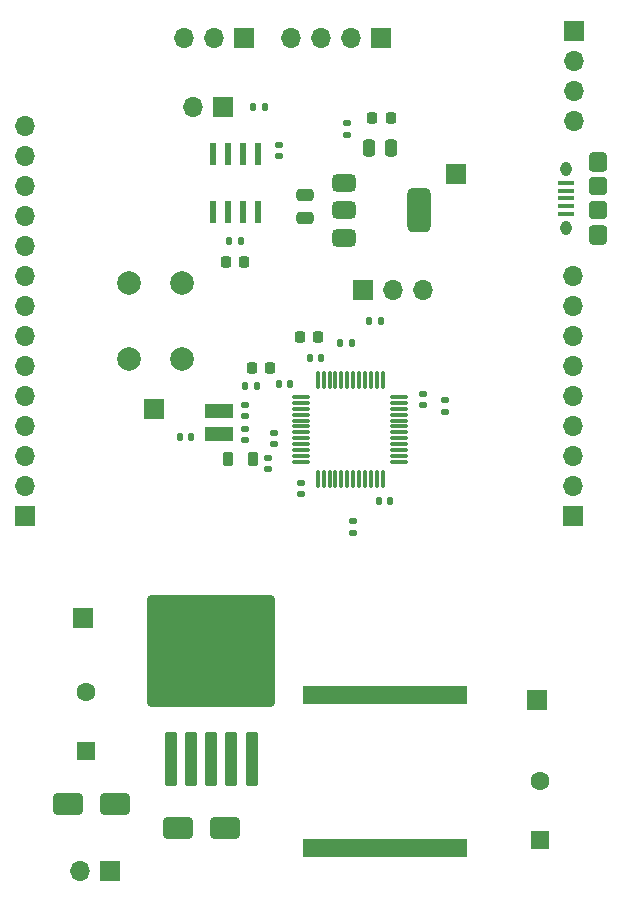
<source format=gbr>
%TF.GenerationSoftware,KiCad,Pcbnew,8.0.6*%
%TF.CreationDate,2024-11-10T12:55:49-08:00*%
%TF.ProjectId,stm32-can-do,73746d33-322d-4636-916e-2d646f2e6b69,v0.1*%
%TF.SameCoordinates,Original*%
%TF.FileFunction,Soldermask,Top*%
%TF.FilePolarity,Negative*%
%FSLAX46Y46*%
G04 Gerber Fmt 4.6, Leading zero omitted, Abs format (unit mm)*
G04 Created by KiCad (PCBNEW 8.0.6) date 2024-11-10 12:55:49*
%MOMM*%
%LPD*%
G01*
G04 APERTURE LIST*
G04 Aperture macros list*
%AMRoundRect*
0 Rectangle with rounded corners*
0 $1 Rounding radius*
0 $2 $3 $4 $5 $6 $7 $8 $9 X,Y pos of 4 corners*
0 Add a 4 corners polygon primitive as box body*
4,1,4,$2,$3,$4,$5,$6,$7,$8,$9,$2,$3,0*
0 Add four circle primitives for the rounded corners*
1,1,$1+$1,$2,$3*
1,1,$1+$1,$4,$5*
1,1,$1+$1,$6,$7*
1,1,$1+$1,$8,$9*
0 Add four rect primitives between the rounded corners*
20,1,$1+$1,$2,$3,$4,$5,0*
20,1,$1+$1,$4,$5,$6,$7,0*
20,1,$1+$1,$6,$7,$8,$9,0*
20,1,$1+$1,$8,$9,$2,$3,0*%
G04 Aperture macros list end*
%ADD10R,1.700000X1.700000*%
%ADD11O,1.700000X1.700000*%
%ADD12RoundRect,0.250000X0.250000X0.475000X-0.250000X0.475000X-0.250000X-0.475000X0.250000X-0.475000X0*%
%ADD13RoundRect,0.218750X-0.218750X-0.256250X0.218750X-0.256250X0.218750X0.256250X-0.218750X0.256250X0*%
%ADD14RoundRect,0.250000X0.475000X-0.250000X0.475000X0.250000X-0.475000X0.250000X-0.475000X-0.250000X0*%
%ADD15R,13.970000X1.524000*%
%ADD16RoundRect,0.140000X0.170000X-0.140000X0.170000X0.140000X-0.170000X0.140000X-0.170000X-0.140000X0*%
%ADD17RoundRect,0.250000X-1.000000X-0.650000X1.000000X-0.650000X1.000000X0.650000X-1.000000X0.650000X0*%
%ADD18R,1.600000X1.600000*%
%ADD19C,1.600000*%
%ADD20RoundRect,0.250000X1.000000X0.650000X-1.000000X0.650000X-1.000000X-0.650000X1.000000X-0.650000X0*%
%ADD21RoundRect,0.140000X0.140000X0.170000X-0.140000X0.170000X-0.140000X-0.170000X0.140000X-0.170000X0*%
%ADD22RoundRect,0.250000X0.300000X-2.050000X0.300000X2.050000X-0.300000X2.050000X-0.300000X-2.050000X0*%
%ADD23RoundRect,0.250002X5.149998X-4.449998X5.149998X4.449998X-5.149998X4.449998X-5.149998X-4.449998X0*%
%ADD24RoundRect,0.140000X-0.140000X-0.170000X0.140000X-0.170000X0.140000X0.170000X-0.140000X0.170000X0*%
%ADD25RoundRect,0.075000X-0.662500X-0.075000X0.662500X-0.075000X0.662500X0.075000X-0.662500X0.075000X0*%
%ADD26RoundRect,0.075000X-0.075000X-0.662500X0.075000X-0.662500X0.075000X0.662500X-0.075000X0.662500X0*%
%ADD27RoundRect,0.225000X-0.225000X-0.250000X0.225000X-0.250000X0.225000X0.250000X-0.225000X0.250000X0*%
%ADD28RoundRect,0.135000X-0.185000X0.135000X-0.185000X-0.135000X0.185000X-0.135000X0.185000X0.135000X0*%
%ADD29RoundRect,0.140000X-0.170000X0.140000X-0.170000X-0.140000X0.170000X-0.140000X0.170000X0.140000X0*%
%ADD30RoundRect,0.100000X0.575000X-0.100000X0.575000X0.100000X-0.575000X0.100000X-0.575000X-0.100000X0*%
%ADD31O,1.550000X0.890000*%
%ADD32RoundRect,0.250000X0.525000X-0.475000X0.525000X0.475000X-0.525000X0.475000X-0.525000X-0.475000X0*%
%ADD33O,0.950000X1.250000*%
%ADD34RoundRect,0.250000X0.525000X-0.500000X0.525000X0.500000X-0.525000X0.500000X-0.525000X-0.500000X0*%
%ADD35C,2.000000*%
%ADD36R,0.558000X1.969999*%
%ADD37RoundRect,0.375000X-0.625000X-0.375000X0.625000X-0.375000X0.625000X0.375000X-0.625000X0.375000X0*%
%ADD38RoundRect,0.500000X-0.500000X-1.400000X0.500000X-1.400000X0.500000X1.400000X-0.500000X1.400000X0*%
%ADD39RoundRect,0.135000X-0.135000X-0.185000X0.135000X-0.185000X0.135000X0.185000X-0.135000X0.185000X0*%
%ADD40R,2.387600X1.295400*%
%ADD41RoundRect,0.135000X0.185000X-0.135000X0.185000X0.135000X-0.185000X0.135000X-0.185000X-0.135000X0*%
%ADD42RoundRect,0.218750X0.218750X0.381250X-0.218750X0.381250X-0.218750X-0.381250X0.218750X-0.381250X0*%
%ADD43RoundRect,0.225000X0.225000X0.250000X-0.225000X0.250000X-0.225000X-0.250000X0.225000X-0.250000X0*%
%ADD44RoundRect,0.135000X0.135000X0.185000X-0.135000X0.185000X-0.135000X-0.185000X0.135000X-0.185000X0*%
G04 APERTURE END LIST*
D10*
%TO.C,JP2*%
X137525000Y-55600000D03*
D11*
X134985000Y-55600000D03*
%TD*%
D12*
%TO.C,C19*%
X151775000Y-59012500D03*
X149875000Y-59012500D03*
%TD*%
D10*
%TO.C,J2*%
X127967500Y-120302000D03*
D11*
X125427500Y-120302000D03*
%TD*%
D10*
%TO.C,JP1*%
X149410000Y-71075000D03*
D11*
X151950000Y-71075000D03*
X154490000Y-71075000D03*
%TD*%
D10*
%TO.C,TP3*%
X157300000Y-61250000D03*
%TD*%
D13*
%TO.C,D1*%
X139987500Y-77675000D03*
X141562500Y-77675000D03*
%TD*%
D14*
%TO.C,C18*%
X144525000Y-64937500D03*
X144525000Y-63037500D03*
%TD*%
D15*
%TO.C,L1*%
X151292500Y-105325000D03*
X151292500Y-118279000D03*
%TD*%
D16*
%TO.C,C13*%
X141850000Y-84105000D03*
X141850000Y-83145000D03*
%TD*%
D17*
%TO.C,D3*%
X133742500Y-116602000D03*
X137742500Y-116602000D03*
%TD*%
D10*
%TO.C,J5*%
X139350000Y-49700000D03*
D11*
X136810000Y-49700000D03*
X134270000Y-49700000D03*
%TD*%
D18*
%TO.C,C17*%
X164417500Y-117654651D03*
D19*
X164417500Y-112654651D03*
%TD*%
D10*
%TO.C,J7*%
X167150000Y-90200000D03*
D11*
X167150000Y-87660000D03*
X167150000Y-85120000D03*
X167150000Y-82580000D03*
X167150000Y-80040000D03*
X167150000Y-77500000D03*
X167150000Y-74960000D03*
X167150000Y-72420000D03*
X167150000Y-69880000D03*
%TD*%
D18*
%TO.C,C16*%
X125967500Y-110104651D03*
D19*
X125967500Y-105104651D03*
%TD*%
D20*
%TO.C,D2*%
X128392500Y-114577000D03*
X124392500Y-114577000D03*
%TD*%
D13*
%TO.C,D4*%
X150187500Y-56487500D03*
X151762500Y-56487500D03*
%TD*%
D10*
%TO.C,J3*%
X150945000Y-49700000D03*
D11*
X148405000Y-49700000D03*
X145865000Y-49700000D03*
X143325000Y-49700000D03*
%TD*%
D21*
%TO.C,C3*%
X139035000Y-66926300D03*
X138075000Y-66926300D03*
%TD*%
D16*
%TO.C,C8*%
X139424999Y-81782499D03*
X139424999Y-80822499D03*
%TD*%
D10*
%TO.C,TP1*%
X125667500Y-98802000D03*
%TD*%
%TO.C,J6*%
X120775000Y-90205000D03*
D11*
X120775000Y-87665000D03*
X120775000Y-85125000D03*
X120775000Y-82585000D03*
X120775000Y-80045000D03*
X120775000Y-77505000D03*
X120775000Y-74965000D03*
X120775000Y-72425000D03*
X120775000Y-69885000D03*
X120775000Y-67345000D03*
X120775000Y-64805000D03*
X120775000Y-62265000D03*
X120775000Y-59725000D03*
X120775000Y-57185000D03*
%TD*%
D22*
%TO.C,U3*%
X133167500Y-110802000D03*
X134867500Y-110802000D03*
X136567500Y-110802000D03*
D23*
X136567500Y-101652000D03*
D22*
X138267500Y-110802000D03*
X139967500Y-110802000D03*
%TD*%
D24*
%TO.C,C5*%
X147495000Y-75575000D03*
X148455000Y-75575000D03*
%TD*%
D25*
%TO.C,U2*%
X144162500Y-80125000D03*
X144162500Y-80625000D03*
X144162500Y-81125000D03*
X144162500Y-81625000D03*
X144162500Y-82125000D03*
X144162500Y-82625000D03*
X144162500Y-83125000D03*
X144162500Y-83625000D03*
X144162500Y-84125000D03*
X144162500Y-84625000D03*
X144162500Y-85125000D03*
X144162500Y-85625000D03*
D26*
X145575000Y-87037500D03*
X146075000Y-87037500D03*
X146575000Y-87037500D03*
X147075000Y-87037500D03*
X147575000Y-87037500D03*
X148075000Y-87037500D03*
X148575000Y-87037500D03*
X149075000Y-87037500D03*
X149575000Y-87037500D03*
X150075000Y-87037500D03*
X150575000Y-87037500D03*
X151075000Y-87037500D03*
D25*
X152487500Y-85625000D03*
X152487500Y-85125000D03*
X152487500Y-84625000D03*
X152487500Y-84125000D03*
X152487500Y-83625000D03*
X152487500Y-83125000D03*
X152487500Y-82625000D03*
X152487500Y-82125000D03*
X152487500Y-81625000D03*
X152487500Y-81125000D03*
X152487500Y-80625000D03*
X152487500Y-80125000D03*
D26*
X151075000Y-78712500D03*
X150575000Y-78712500D03*
X150075000Y-78712500D03*
X149575000Y-78712500D03*
X149075000Y-78712500D03*
X148575000Y-78712500D03*
X148075000Y-78712500D03*
X147575000Y-78712500D03*
X147075000Y-78712500D03*
X146575000Y-78712500D03*
X146075000Y-78712500D03*
X145575000Y-78712500D03*
%TD*%
D24*
%TO.C,C11*%
X144920000Y-76825000D03*
X145880000Y-76825000D03*
%TD*%
D27*
%TO.C,C6*%
X144050000Y-75075000D03*
X145600000Y-75075000D03*
%TD*%
D28*
%TO.C,R6*%
X156375000Y-80365000D03*
X156375000Y-81385000D03*
%TD*%
D29*
%TO.C,C1*%
X144150000Y-87420000D03*
X144150000Y-88380000D03*
%TD*%
D30*
%TO.C,J4*%
X166600000Y-64605000D03*
X166600000Y-63955000D03*
X166600000Y-63305000D03*
X166600000Y-62655000D03*
X166600000Y-62005000D03*
D31*
X169300000Y-66805000D03*
D32*
X169300000Y-66330000D03*
D33*
X166600000Y-65805000D03*
D34*
X169300000Y-64305000D03*
X169300000Y-62305000D03*
D33*
X166600000Y-60805000D03*
D32*
X169300000Y-60280000D03*
D31*
X169300000Y-59805000D03*
%TD*%
D29*
%TO.C,C14*%
X154475000Y-79875000D03*
X154475000Y-80835000D03*
%TD*%
D35*
%TO.C,SW1*%
X129600000Y-76950000D03*
X129600000Y-70450000D03*
X134100000Y-76950000D03*
X134100000Y-70450000D03*
%TD*%
D10*
%TO.C,TP4*%
X131700000Y-81150000D03*
%TD*%
%TO.C,TP2*%
X164167500Y-105777000D03*
%TD*%
D29*
%TO.C,C12*%
X139450000Y-82840000D03*
X139450000Y-83800000D03*
%TD*%
D36*
%TO.C,U1*%
X136670000Y-64451300D03*
X137940000Y-64451300D03*
X139210000Y-64451300D03*
X140480000Y-64451300D03*
X140480000Y-59523700D03*
X139210000Y-59523700D03*
X137940000Y-59523700D03*
X136670000Y-59523700D03*
%TD*%
D37*
%TO.C,U4*%
X147825000Y-62037500D03*
X147825000Y-64337500D03*
D38*
X154125000Y-64337500D03*
D37*
X147825000Y-66637500D03*
%TD*%
D39*
%TO.C,R4*%
X139415000Y-79200000D03*
X140435000Y-79200000D03*
%TD*%
D40*
%TO.C,Y1*%
X137175000Y-83250000D03*
X137175000Y-81345000D03*
%TD*%
D21*
%TO.C,C7*%
X134880000Y-83550000D03*
X133920000Y-83550000D03*
%TD*%
D10*
%TO.C,J1*%
X167250000Y-49185000D03*
D11*
X167250000Y-51725000D03*
X167250000Y-54264999D03*
X167250000Y-56805000D03*
%TD*%
D41*
%TO.C,R3*%
X148550000Y-91620000D03*
X148550000Y-90600000D03*
%TD*%
D42*
%TO.C,FB1*%
X140087500Y-85350000D03*
X137962500Y-85350000D03*
%TD*%
D29*
%TO.C,C2*%
X142325000Y-58777500D03*
X142325000Y-59737500D03*
%TD*%
D21*
%TO.C,C15*%
X151730000Y-88975000D03*
X150770000Y-88975000D03*
%TD*%
%TO.C,C9*%
X143255000Y-79050000D03*
X142295000Y-79050000D03*
%TD*%
D43*
%TO.C,C4*%
X139350000Y-68737500D03*
X137800000Y-68737500D03*
%TD*%
D44*
%TO.C,R2*%
X150960000Y-73675000D03*
X149940000Y-73675000D03*
%TD*%
D41*
%TO.C,R5*%
X148075000Y-57947500D03*
X148075000Y-56927500D03*
%TD*%
D29*
%TO.C,C10*%
X141375000Y-85275000D03*
X141375000Y-86235000D03*
%TD*%
D39*
%TO.C,R1*%
X140090000Y-55550000D03*
X141110000Y-55550000D03*
%TD*%
M02*

</source>
